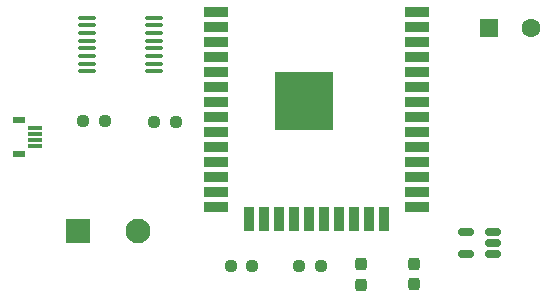
<source format=gbr>
%TF.GenerationSoftware,KiCad,Pcbnew,(6.0.2-0)*%
%TF.CreationDate,2022-03-21T13:39:47-04:00*%
%TF.ProjectId,Snoopy,536e6f6f-7079-42e6-9b69-6361645f7063,v03*%
%TF.SameCoordinates,Original*%
%TF.FileFunction,Soldermask,Top*%
%TF.FilePolarity,Negative*%
%FSLAX46Y46*%
G04 Gerber Fmt 4.6, Leading zero omitted, Abs format (unit mm)*
G04 Created by KiCad (PCBNEW (6.0.2-0)) date 2022-03-21 13:39:47*
%MOMM*%
%LPD*%
G01*
G04 APERTURE LIST*
G04 Aperture macros list*
%AMRoundRect*
0 Rectangle with rounded corners*
0 $1 Rounding radius*
0 $2 $3 $4 $5 $6 $7 $8 $9 X,Y pos of 4 corners*
0 Add a 4 corners polygon primitive as box body*
4,1,4,$2,$3,$4,$5,$6,$7,$8,$9,$2,$3,0*
0 Add four circle primitives for the rounded corners*
1,1,$1+$1,$2,$3*
1,1,$1+$1,$4,$5*
1,1,$1+$1,$6,$7*
1,1,$1+$1,$8,$9*
0 Add four rect primitives between the rounded corners*
20,1,$1+$1,$2,$3,$4,$5,0*
20,1,$1+$1,$4,$5,$6,$7,0*
20,1,$1+$1,$6,$7,$8,$9,0*
20,1,$1+$1,$8,$9,$2,$3,0*%
G04 Aperture macros list end*
%ADD10R,2.000000X0.900000*%
%ADD11R,0.900000X2.000000*%
%ADD12R,5.000000X5.000000*%
%ADD13R,2.100000X2.100000*%
%ADD14C,2.100000*%
%ADD15RoundRect,0.237500X-0.250000X-0.237500X0.250000X-0.237500X0.250000X0.237500X-0.250000X0.237500X0*%
%ADD16RoundRect,0.100000X-0.637500X-0.100000X0.637500X-0.100000X0.637500X0.100000X-0.637500X0.100000X0*%
%ADD17RoundRect,0.237500X0.237500X-0.300000X0.237500X0.300000X-0.237500X0.300000X-0.237500X-0.300000X0*%
%ADD18RoundRect,0.150000X0.512500X0.150000X-0.512500X0.150000X-0.512500X-0.150000X0.512500X-0.150000X0*%
%ADD19R,1.210000X0.299999*%
%ADD20R,1.000001X0.519999*%
%ADD21RoundRect,0.250000X-0.550000X-0.550000X0.550000X-0.550000X0.550000X0.550000X-0.550000X0.550000X0*%
%ADD22C,1.600000*%
%ADD23RoundRect,0.237500X0.250000X0.237500X-0.250000X0.237500X-0.250000X-0.237500X0.250000X-0.237500X0*%
G04 APERTURE END LIST*
D10*
%TO.C,U3*%
X126196200Y-73025000D03*
X126196200Y-74295000D03*
X126196200Y-75565000D03*
X126196200Y-76835000D03*
X126196200Y-78105000D03*
X126196200Y-79375000D03*
X126196200Y-80645000D03*
X126196200Y-81915000D03*
X126196200Y-83185000D03*
X126196200Y-84455000D03*
X126196200Y-85725000D03*
X126196200Y-86995000D03*
X126196200Y-88265000D03*
X126196200Y-89535000D03*
D11*
X128981200Y-90535000D03*
X130251200Y-90535000D03*
X131521200Y-90535000D03*
X132791200Y-90535000D03*
X134061200Y-90535000D03*
X135331200Y-90535000D03*
X136601200Y-90535000D03*
X137871200Y-90535000D03*
X139141200Y-90535000D03*
X140411200Y-90535000D03*
D10*
X143196200Y-89535000D03*
X143196200Y-88265000D03*
X143196200Y-86995000D03*
X143196200Y-85725000D03*
X143196200Y-84455000D03*
X143196200Y-83185000D03*
X143196200Y-81915000D03*
X143196200Y-80645000D03*
X143196200Y-79375000D03*
X143196200Y-78105000D03*
X143196200Y-76835000D03*
X143196200Y-75565000D03*
X143196200Y-74295000D03*
X143196200Y-73025000D03*
D12*
X133696200Y-80525000D03*
%TD*%
D13*
%TO.C,J1*%
X114574400Y-91513400D03*
D14*
X119654400Y-91513400D03*
%TD*%
D15*
%TO.C,R3*%
X121009400Y-82296000D03*
X122834400Y-82296000D03*
%TD*%
%TO.C,R1*%
X127461000Y-94513400D03*
X129286000Y-94513400D03*
%TD*%
D16*
%TO.C,U1*%
X115272900Y-73467800D03*
X115272900Y-74117800D03*
X115272900Y-74767800D03*
X115272900Y-75417800D03*
X115272900Y-76067800D03*
X115272900Y-76717800D03*
X115272900Y-77367800D03*
X115272900Y-78017800D03*
X120997900Y-78017800D03*
X120997900Y-77367800D03*
X120997900Y-76717800D03*
X120997900Y-76067800D03*
X120997900Y-75417800D03*
X120997900Y-74767800D03*
X120997900Y-74117800D03*
X120997900Y-73467800D03*
%TD*%
D17*
%TO.C,C1*%
X143002000Y-96010900D03*
X143002000Y-94285900D03*
%TD*%
D18*
%TO.C,U2*%
X149651300Y-93507600D03*
X149651300Y-92557600D03*
X149651300Y-91607600D03*
X147376300Y-91607600D03*
X147376300Y-93507600D03*
%TD*%
D19*
%TO.C,J3*%
X110903202Y-82816001D03*
X110903202Y-83316001D03*
X110903202Y-83816002D03*
X110903202Y-84316001D03*
D20*
X109548201Y-82126003D03*
X109548201Y-85005997D03*
%TD*%
D21*
%TO.C,J4*%
X149304600Y-74371200D03*
D22*
X152904600Y-74371200D03*
%TD*%
D17*
%TO.C,C2*%
X138506200Y-96061700D03*
X138506200Y-94336700D03*
%TD*%
D23*
%TO.C,R4*%
X135073400Y-94488000D03*
X133248400Y-94488000D03*
%TD*%
D15*
%TO.C,R2*%
X114964200Y-82245200D03*
X116789200Y-82245200D03*
%TD*%
M02*

</source>
